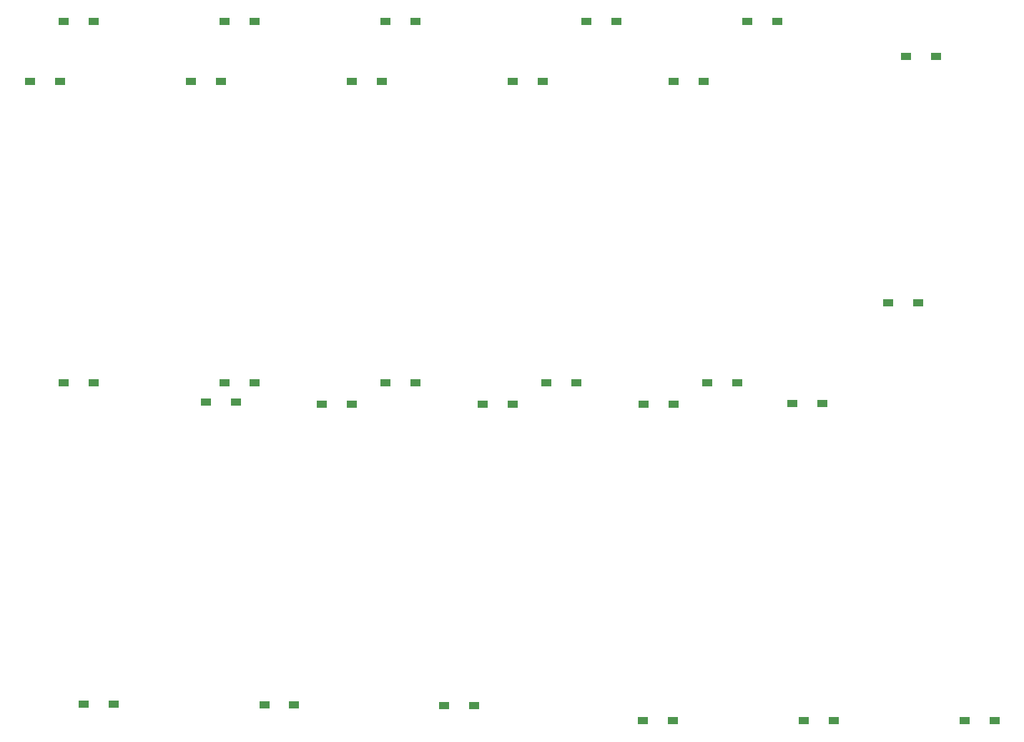
<source format=gbr>
G04 #@! TF.GenerationSoftware,KiCad,Pcbnew,7.0.8*
G04 #@! TF.CreationDate,2023-10-29T20:23:16+09:00*
G04 #@! TF.ProjectId,ckb9,636b6239-2e6b-4696-9361-645f70636258,rev?*
G04 #@! TF.SameCoordinates,Original*
G04 #@! TF.FileFunction,Paste,Top*
G04 #@! TF.FilePolarity,Positive*
%FSLAX46Y46*%
G04 Gerber Fmt 4.6, Leading zero omitted, Abs format (unit mm)*
G04 Created by KiCad (PCBNEW 7.0.8) date 2023-10-29 20:23:16*
%MOMM*%
%LPD*%
G01*
G04 APERTURE LIST*
%ADD10R,1.300000X0.950000*%
G04 APERTURE END LIST*
D10*
X561057500Y58720000D03*
X564607500Y58720000D03*
X580107500Y58720000D03*
X583657500Y58720000D03*
X599157500Y58720000D03*
X602707500Y58720000D03*
X622970000Y58720000D03*
X626520000Y58720000D03*
X642020000Y58720000D03*
X645570000Y58720000D03*
X660795000Y54530000D03*
X664345000Y54530000D03*
X557085000Y51577500D03*
X560635000Y51577500D03*
X576135000Y51577500D03*
X579685000Y51577500D03*
X595185000Y51577500D03*
X598735000Y51577500D03*
X614235000Y51577500D03*
X617785000Y51577500D03*
X633285000Y51577500D03*
X636835000Y51577500D03*
X561057500Y15857500D03*
X564607500Y15857500D03*
X580107500Y15857500D03*
X583657500Y15857500D03*
X599157500Y15857500D03*
X602707500Y15857500D03*
X618207500Y15857500D03*
X621757500Y15857500D03*
X637257500Y15857500D03*
X640807500Y15857500D03*
X577945000Y13570000D03*
X581495000Y13570000D03*
X591672500Y13337500D03*
X595222500Y13337500D03*
X610722500Y13337500D03*
X614272500Y13337500D03*
X629772500Y13337500D03*
X633322500Y13337500D03*
X647355000Y13400000D03*
X650905000Y13400000D03*
X606125000Y-22360000D03*
X609675000Y-22360000D03*
X629637500Y-24147500D03*
X633187500Y-24147500D03*
X648687500Y-24147500D03*
X652237500Y-24147500D03*
X667737500Y-24147500D03*
X671287500Y-24147500D03*
X563438500Y-22242500D03*
X566988500Y-22242500D03*
X584835000Y-22290000D03*
X588385000Y-22290000D03*
X658688500Y25382500D03*
X662238500Y25382500D03*
M02*

</source>
